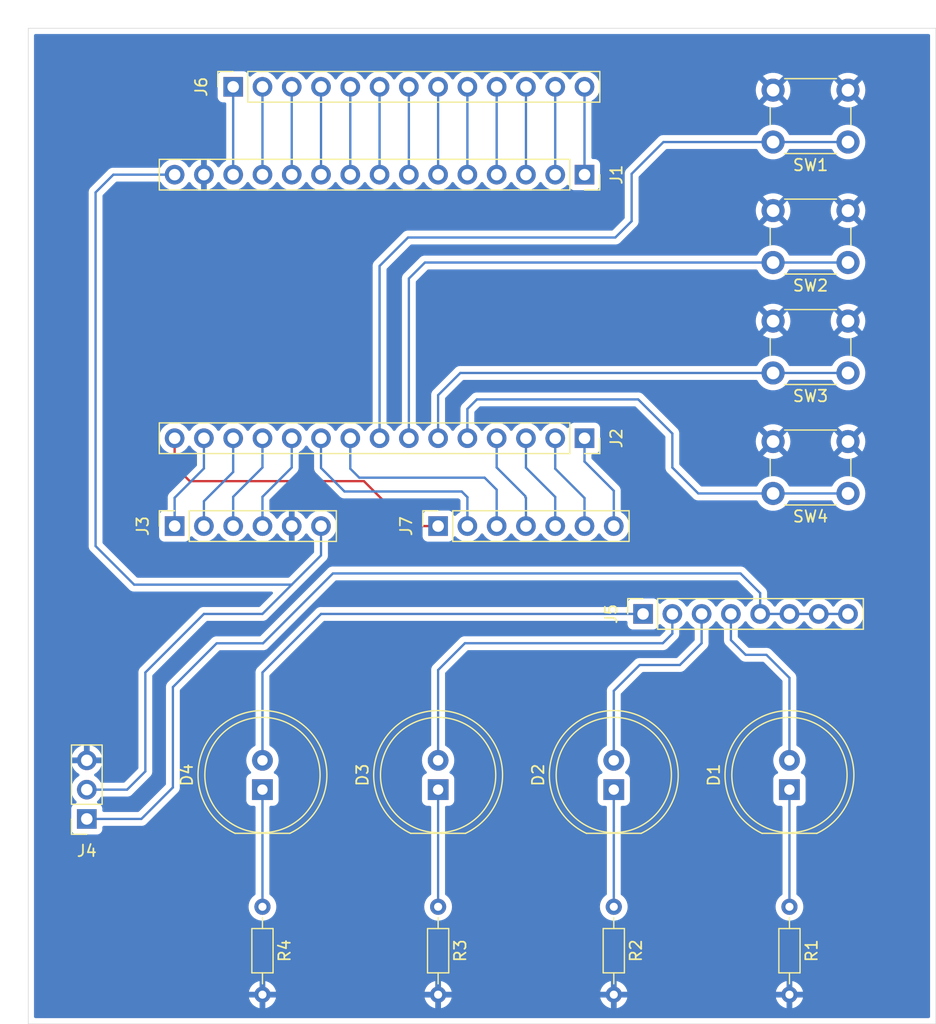
<source format=kicad_pcb>
(kicad_pcb (version 20221018) (generator pcbnew)
  (layers (0 "F.Cu" signal) (31 "B.Cu" signal) (34 "B.Paste" user) (35 "F.Paste" user) (36 "B.SilkS" user "B.Silkscreen") (37 "F.SilkS" user "F.Silkscreen") (38 "B.Mask" user) (39 "F.Mask" user) (44 "Edge.Cuts" user))
  (net 0 "")
  (net 1 "Net-(D1-K)")
  (net 2 "Net-(D1-A)")
  (net 3 "Net-(D2-K)")
  (net 4 "Net-(D2-A)")
  (net 5 "Net-(D3-K)")
  (net 6 "Net-(D3-A)")
  (net 7 "Net-(D4-K)")
  (net 8 "Net-(D4-A)")
  (net 9 "Net-(J1-Pin_1)")
  (net 10 "Net-(J1-Pin_2)")
  (net 11 "Net-(J1-Pin_3)")
  (net 12 "Net-(J1-Pin_4)")
  (net 13 "Net-(J1-Pin_5)")
  (net 14 "Net-(J1-Pin_6)")
  (net 15 "Net-(J1-Pin_7)")
  (net 16 "Net-(J1-Pin_8)")
  (net 17 "Net-(J1-Pin_9)")
  (net 18 "Net-(J1-Pin_10)")
  (net 19 "Net-(J1-Pin_11)")
  (net 20 "Net-(J1-Pin_12)")
  (net 21 "Net-(J1-Pin_13)")
  (net 22 "Net-(J1-Pin_15)")
  (net 23 "Net-(J2-Pin_1)")
  (net 24 "Net-(J2-Pin_2)")
  (net 25 "Net-(J2-Pin_3)")
  (net 26 "Net-(J2-Pin_4)")
  (net 27 "Net-(J2-Pin_5)")
  (net 28 "Net-(J2-Pin_6)")
  (net 29 "Net-(J2-Pin_7)")
  (net 30 "Net-(J2-Pin_8)")
  (net 31 "Net-(J2-Pin_9)")
  (net 32 "Net-(J2-Pin_10)")
  (net 33 "Net-(J2-Pin_11)")
  (net 34 "Net-(J2-Pin_12)")
  (net 35 "Net-(J2-Pin_13)")
  (net 36 "Net-(J2-Pin_14)")
  (net 37 "Net-(J2-Pin_15)")
  (net 38 "Net-(J4-Pin_1)")
  (net 39 "GND")
  (footprint "Resistor_THT:R_Axial_DIN0204_L3.6mm_D1.6mm_P7.62mm_Horizontal" (layer "F.Cu") (at 83.82 114.3 -90)
    (fp_text reference "R3" (at 3.81 -1.92 90) (layer "F.SilkS"))
    (fp_text value "R")
    (fp_line (start 0.94 0) (end 1.89 0) (stroke (width 0.12)) (layer "F.SilkS"))
    (fp_line (start 1.89 -0.92) (end 1.89 0.92) (stroke (width 0.12)) (layer "F.SilkS"))
    (fp_line (start 1.89 0.92) (end 5.73 0.92) (stroke (width 0.12)) (layer "F.SilkS"))
    (fp_line (start 5.73 -0.92) (end 1.89 -0.92) (stroke (width 0.12)) (layer "F.SilkS"))
    (fp_line (start 5.73 0.92) (end 5.73 -0.92) (stroke (width 0.12)) (layer "F.SilkS"))
    (fp_line (start 6.68 0) (end 5.73 0) (stroke (width 0.12)) (layer "F.SilkS"))
    (pad "1" thru_hole circle (at 0 0 270) (size 1.4 1.4) (drill 0.7) (layers "*.Cu" "*.Mask") (net 5 "Net-(D3-K)"))
    (pad "2" thru_hole oval (at 7.62 0 270) (size 1.4 1.4) (drill 0.7) (layers "*.Cu" "*.Mask") (net 39 "GND"))
  )
  (footprint "Connector_PinSocket_2.54mm:PinSocket_1x15_P2.54mm_Vertical" (layer "F.Cu") (at 96.52 73.66 -90)
    (fp_text reference "J2" (at 0 -2.77 90) (layer "F.SilkS"))
    (fp_text value "Conn_01x15_Socket")
    (fp_line (start -1.33 1.27) (end -1.33 36.89) (stroke (width 0.12)) (layer "F.SilkS"))
    (fp_line (start -1.33 1.27) (end 1.33 1.27) (stroke (width 0.12)) (layer "F.SilkS"))
    (fp_line (start -1.33 36.89) (end 1.33 36.89) (stroke (width 0.12)) (layer "F.SilkS"))
    (fp_line (start 0 -1.33) (end 1.33 -1.33) (stroke (width 0.12)) (layer "F.SilkS"))
    (fp_line (start 1.33 -1.33) (end 1.33 0) (stroke (width 0.12)) (layer "F.SilkS"))
    (fp_line (start 1.33 1.27) (end 1.33 36.89) (stroke (width 0.12)) (layer "F.SilkS"))
    (pad "1" thru_hole rect (at 0 0 270) (size 1.7 1.7) (drill 1) (layers "*.Cu" "*.Mask") (net 23 "Net-(J2-Pin_1)"))
    (pad "2" thru_hole oval (at 0 2.54 270) (size 1.7 1.7) (drill 1) (layers "*.Cu" "*.Mask") (net 24 "Net-(J2-Pin_2)"))
    (pad "3" thru_hole oval (at 0 5.08 270) (size 1.7 1.7) (drill 1) (layers "*.Cu" "*.Mask") (net 25 "Net-(J2-Pin_3)"))
    (pad "4" thru_hole oval (at 0 7.62 270) (size 1.7 1.7) (drill 1) (layers "*.Cu" "*.Mask") (net 26 "Net-(J2-Pin_4)"))
    (pad "5" thru_hole oval (at 0 10.16 270) (size 1.7 1.7) (drill 1) (layers "*.Cu" "*.Mask") (net 27 "Net-(J2-Pin_5)"))
    (pad "6" thru_hole oval (at 0 12.7 270) (size 1.7 1.7) (drill 1) (layers "*.Cu" "*.Mask") (net 28 "Net-(J2-Pin_6)"))
    (pad "7" thru_hole oval (at 0 15.24 270) (size 1.7 1.7) (drill 1) (layers "*.Cu" "*.Mask") (net 29 "Net-(J2-Pin_7)"))
    (pad "8" thru_hole oval (at 0 17.78 270) (size 1.7 1.7) (drill 1) (layers "*.Cu" "*.Mask") (net 30 "Net-(J2-Pin_8)"))
    (pad "9" thru_hole oval (at 0 20.32 270) (size 1.7 1.7) (drill 1) (layers "*.Cu" "*.Mask") (net 31 "Net-(J2-Pin_9)"))
    (pad "10" thru_hole oval (at 0 22.86 270) (size 1.7 1.7) (drill 1) (layers "*.Cu" "*.Mask") (net 32 "Net-(J2-Pin_10)"))
    (pad "11" thru_hole oval (at 0 25.4 270) (size 1.7 1.7) (drill 1) (layers "*.Cu" "*.Mask") (net 33 "Net-(J2-Pin_11)"))
    (pad "12" thru_hole oval (at 0 27.94 270) (size 1.7 1.7) (drill 1) (layers "*.Cu" "*.Mask") (net 34 "Net-(J2-Pin_12)"))
    (pad "13" thru_hole oval (at 0 30.48 270) (size 1.7 1.7) (drill 1) (layers "*.Cu" "*.Mask") (net 35 "Net-(J2-Pin_13)"))
    (pad "14" thru_hole oval (at 0 33.02 270) (size 1.7 1.7) (drill 1) (layers "*.Cu" "*.Mask") (net 36 "Net-(J2-Pin_14)"))
    (pad "15" thru_hole oval (at 0 35.56 270) (size 1.7 1.7) (drill 1) (layers "*.Cu" "*.Mask") (net 37 "Net-(J2-Pin_15)"))
  )
  (footprint "Resistor_THT:R_Axial_DIN0204_L3.6mm_D1.6mm_P7.62mm_Horizontal" (layer "F.Cu") (at 114.3 114.3 -90)
    (fp_text reference "R1" (at 3.81 -1.92 90) (layer "F.SilkS"))
    (fp_text value "R")
    (fp_line (start 0.94 0) (end 1.89 0) (stroke (width 0.12)) (layer "F.SilkS"))
    (fp_line (start 1.89 -0.92) (end 1.89 0.92) (stroke (width 0.12)) (layer "F.SilkS"))
    (fp_line (start 1.89 0.92) (end 5.73 0.92) (stroke (width 0.12)) (layer "F.SilkS"))
    (fp_line (start 5.73 -0.92) (end 1.89 -0.92) (stroke (width 0.12)) (layer "F.SilkS"))
    (fp_line (start 5.73 0.92) (end 5.73 -0.92) (stroke (width 0.12)) (layer "F.SilkS"))
    (fp_line (start 6.68 0) (end 5.73 0) (stroke (width 0.12)) (layer "F.SilkS"))
    (pad "1" thru_hole circle (at 0 0 270) (size 1.4 1.4) (drill 0.7) (layers "*.Cu" "*.Mask") (net 1 "Net-(D1-K)"))
    (pad "2" thru_hole oval (at 7.62 0 270) (size 1.4 1.4) (drill 0.7) (layers "*.Cu" "*.Mask") (net 39 "GND"))
  )
  (footprint "Resistor_THT:R_Axial_DIN0204_L3.6mm_D1.6mm_P7.62mm_Horizontal" (layer "F.Cu") (at 99.06 114.3 -90)
    (fp_text reference "R2" (at 3.81 -1.92 90) (layer "F.SilkS"))
    (fp_text value "R")
    (fp_line (start 0.94 0) (end 1.89 0) (stroke (width 0.12)) (layer "F.SilkS"))
    (fp_line (start 1.89 -0.92) (end 1.89 0.92) (stroke (width 0.12)) (layer "F.SilkS"))
    (fp_line (start 1.89 0.92) (end 5.73 0.92) (stroke (width 0.12)) (layer "F.SilkS"))
    (fp_line (start 5.73 -0.92) (end 1.89 -0.92) (stroke (width 0.12)) (layer "F.SilkS"))
    (fp_line (start 5.73 0.92) (end 5.73 -0.92) (stroke (width 0.12)) (layer "F.SilkS"))
    (fp_line (start 6.68 0) (end 5.73 0) (stroke (width 0.12)) (layer "F.SilkS"))
    (pad "1" thru_hole circle (at 0 0 270) (size 1.4 1.4) (drill 0.7) (layers "*.Cu" "*.Mask") (net 3 "Net-(D2-K)"))
    (pad "2" thru_hole oval (at 7.62 0 270) (size 1.4 1.4) (drill 0.7) (layers "*.Cu" "*.Mask") (net 39 "GND"))
  )
  (footprint "Connector_PinSocket_2.54mm:PinSocket_1x08_P2.54mm_Vertical" (layer "F.Cu") (at 101.6 88.9 90)
    (fp_text reference "J5" (at 0 -2.77 90) (layer "F.SilkS"))
    (fp_text value "Conn_01x08_Socket")
    (fp_line (start -1.33 1.27) (end -1.33 19.11) (stroke (width 0.12)) (layer "F.SilkS"))
    (fp_line (start -1.33 1.27) (end 1.33 1.27) (stroke (width 0.12)) (layer "F.SilkS"))
    (fp_line (start -1.33 19.11) (end 1.33 19.11) (stroke (width 0.12)) (layer "F.SilkS"))
    (fp_line (start 0 -1.33) (end 1.33 -1.33) (stroke (width 0.12)) (layer "F.SilkS"))
    (fp_line (start 1.33 -1.33) (end 1.33 0) (stroke (width 0.12)) (layer "F.SilkS"))
    (fp_line (start 1.33 1.27) (end 1.33 19.11) (stroke (width 0.12)) (layer "F.SilkS"))
    (pad "1" thru_hole rect (at 0 0 90) (size 1.7 1.7) (drill 1) (layers "*.Cu" "*.Mask") (net 8 "Net-(D4-A)"))
    (pad "2" thru_hole oval (at 0 2.54 90) (size 1.7 1.7) (drill 1) (layers "*.Cu" "*.Mask") (net 6 "Net-(D3-A)"))
    (pad "3" thru_hole oval (at 0 5.08 90) (size 1.7 1.7) (drill 1) (layers "*.Cu" "*.Mask") (net 4 "Net-(D2-A)"))
    (pad "4" thru_hole oval (at 0 7.62 90) (size 1.7 1.7) (drill 1) (layers "*.Cu" "*.Mask") (net 2 "Net-(D1-A)"))
    (pad "5" thru_hole oval (at 0 10.16 90) (size 1.7 1.7) (drill 1) (layers "*.Cu" "*.Mask") (net 38 "Net-(J4-Pin_1)"))
    (pad "6" thru_hole oval (at 0 12.7 90) (size 1.7 1.7) (drill 1) (layers "*.Cu" "*.Mask") (net 38 "Net-(J4-Pin_1)"))
    (pad "7" thru_hole oval (at 0 15.24 90) (size 1.7 1.7) (drill 1) (layers "*.Cu" "*.Mask") (net 38 "Net-(J4-Pin_1)"))
    (pad "8" thru_hole oval (at 0 17.78 90) (size 1.7 1.7) (drill 1) (layers "*.Cu" "*.Mask") (net 38 "Net-(J4-Pin_1)"))
  )
  (footprint "Connector_PinSocket_2.54mm:PinSocket_1x15_P2.54mm_Vertical" (layer "F.Cu") (at 96.52 50.8 -90)
    (fp_text reference "J1" (at 0 -2.77 90) (layer "F.SilkS"))
    (fp_text value "Conn_01x15_Socket")
    (fp_line (start -1.33 1.27) (end -1.33 36.89) (stroke (width 0.12)) (layer "F.SilkS"))
    (fp_line (start -1.33 1.27) (end 1.33 1.27) (stroke (width 0.12)) (layer "F.SilkS"))
    (fp_line (start -1.33 36.89) (end 1.33 36.89) (stroke (width 0.12)) (layer "F.SilkS"))
    (fp_line (start 0 -1.33) (end 1.33 -1.33) (stroke (width 0.12)) (layer "F.SilkS"))
    (fp_line (start 1.33 -1.33) (end 1.33 0) (stroke (width 0.12)) (layer "F.SilkS"))
    (fp_line (start 1.33 1.27) (end 1.33 36.89) (stroke (width 0.12)) (layer "F.SilkS"))
    (pad "1" thru_hole rect (at 0 0 270) (size 1.7 1.7) (drill 1) (layers "*.Cu" "*.Mask") (net 9 "Net-(J1-Pin_1)"))
    (pad "2" thru_hole oval (at 0 2.54 270) (size 1.7 1.7) (drill 1) (layers "*.Cu" "*.Mask") (net 10 "Net-(J1-Pin_2)"))
    (pad "3" thru_hole oval (at 0 5.08 270) (size 1.7 1.7) (drill 1) (layers "*.Cu" "*.Mask") (net 11 "Net-(J1-Pin_3)"))
    (pad "4" thru_hole oval (at 0 7.62 270) (size 1.7 1.7) (drill 1) (layers "*.Cu" "*.Mask") (net 12 "Net-(J1-Pin_4)"))
    (pad "5" thru_hole oval (at 0 10.16 270) (size 1.7 1.7) (drill 1) (layers "*.Cu" "*.Mask") (net 13 "Net-(J1-Pin_5)"))
    (pad "6" thru_hole oval (at 0 12.7 270) (size 1.7 1.7) (drill 1) (layers "*.Cu" "*.Mask") (net 14 "Net-(J1-Pin_6)"))
    (pad "7" thru_hole oval (at 0 15.24 270) (size 1.7 1.7) (drill 1) (layers "*.Cu" "*.Mask") (net 15 "Net-(J1-Pin_7)"))
    (pad "8" thru_hole oval (at 0 17.78 270) (size 1.7 1.7) (drill 1) (layers "*.Cu" "*.Mask") (net 16 "Net-(J1-Pin_8)"))
    (pad "9" thru_hole oval (at 0 20.32 270) (size 1.7 1.7) (drill 1) (layers "*.Cu" "*.Mask") (net 17 "Net-(J1-Pin_9)"))
    (pad "10" thru_hole oval (at 0 22.86 270) (size 1.7 1.7) (drill 1) (layers "*.Cu" "*.Mask") (net 18 "Net-(J1-Pin_10)"))
    (pad "11" thru_hole oval (at 0 25.4 270) (size 1.7 1.7) (drill 1) (layers "*.Cu" "*.Mask") (net 19 "Net-(J1-Pin_11)"))
    (pad "12" thru_hole oval (at 0 27.94 270) (size 1.7 1.7) (drill 1) (layers "*.Cu" "*.Mask") (net 20 "Net-(J1-Pin_12)"))
    (pad "13" thru_hole oval (at 0 30.48 270) (size 1.7 1.7) (drill 1) (layers "*.Cu" "*.Mask") (net 21 "Net-(J1-Pin_13)"))
    (pad "14" thru_hole oval (at 0 33.02 270) (size 1.7 1.7) (drill 1) (layers "*.Cu" "*.Mask") (net 39 "GND"))
    (pad "15" thru_hole oval (at 0 35.56 270) (size 1.7 1.7) (drill 1) (layers "*.Cu" "*.Mask") (net 22 "Net-(J1-Pin_15)"))
  )
  (footprint "Connector_PinSocket_2.54mm:PinSocket_1x03_P2.54mm_Vertical" (layer "F.Cu") (at 53.34 106.68 180)
    (fp_text reference "J4" (at 0 -2.77) (layer "F.SilkS"))
    (fp_text value "Conn_01x03_Socket")
    (fp_line (start -1.33 1.27) (end -1.33 6.41) (stroke (width 0.12)) (layer "F.SilkS"))
    (fp_line (start -1.33 1.27) (end 1.33 1.27) (stroke (width 0.12)) (layer "F.SilkS"))
    (fp_line (start -1.33 6.41) (end 1.33 6.41) (stroke (width 0.12)) (layer "F.SilkS"))
    (fp_line (start 0 -1.33) (end 1.33 -1.33) (stroke (width 0.12)) (layer "F.SilkS"))
    (fp_line (start 1.33 -1.33) (end 1.33 0) (stroke (width 0.12)) (layer "F.SilkS"))
    (fp_line (start 1.33 1.27) (end 1.33 6.41) (stroke (width 0.12)) (layer "F.SilkS"))
    (pad "1" thru_hole rect (at 0 0 180) (size 1.7 1.7) (drill 1) (layers "*.Cu" "*.Mask") (net 38 "Net-(J4-Pin_1)"))
    (pad "2" thru_hole oval (at 0 2.54 180) (size 1.7 1.7) (drill 1) (layers "*.Cu" "*.Mask") (net 22 "Net-(J1-Pin_15)"))
    (pad "3" thru_hole oval (at 0 5.08 180) (size 1.7 1.7) (drill 1) (layers "*.Cu" "*.Mask") (net 39 "GND"))
  )
  (footprint "Connector_PinSocket_2.54mm:PinSocket_1x13_P2.54mm_Vertical" (layer "F.Cu") (at 66.04 43.18 90)
    (fp_text reference "J6" (at 0 -2.77 90) (layer "F.SilkS"))
    (fp_text value "Conn_01x13_Socket")
    (fp_line (start -1.33 1.27) (end -1.33 31.81) (stroke (width 0.12)) (layer "F.SilkS"))
    (fp_line (start -1.33 1.27) (end 1.33 1.27) (stroke (width 0.12)) (layer "F.SilkS"))
    (fp_line (start -1.33 31.81) (end 1.33 31.81) (stroke (width 0.12)) (layer "F.SilkS"))
    (fp_line (start 0 -1.33) (end 1.33 -1.33) (stroke (width 0.12)) (layer "F.SilkS"))
    (fp_line (start 1.33 -1.33) (end 1.33 0) (stroke (width 0.12)) (layer "F.SilkS"))
    (fp_line (start 1.33 1.27) (end 1.33 31.81) (stroke (width 0.12)) (layer "F.SilkS"))
    (pad "1" thru_hole rect (at 0 0 90) (size 1.7 1.7) (drill 1) (layers "*.Cu" "*.Mask") (net 21 "Net-(J1-Pin_13)"))
    (pad "2" thru_hole oval (at 0 2.54 90) (size 1.7 1.7) (drill 1) (layers "*.Cu" "*.Mask") (net 20 "Net-(J1-Pin_12)"))
    (pad "3" thru_hole oval (at 0 5.08 90) (size 1.7 1.7) (drill 1) (layers "*.Cu" "*.Mask") (net 19 "Net-(J1-Pin_11)"))
    (pad "4" thru_hole oval (at 0 7.62 90) (size 1.7 1.7) (drill 1) (layers "*.Cu" "*.Mask") (net 18 "Net-(J1-Pin_10)"))
    (pad "5" thru_hole oval (at 0 10.16 90) (size 1.7 1.7) (drill 1) (layers "*.Cu" "*.Mask") (net 17 "Net-(J1-Pin_9)"))
    (pad "6" thru_hole oval (at 0 12.7 90) (size 1.7 1.7) (drill 1) (layers "*.Cu" "*.Mask") (net 16 "Net-(J1-Pin_8)"))
    (pad "7" thru_hole oval (at 0 15.24 90) (size 1.7 1.7) (drill 1) (layers "*.Cu" "*.Mask") (net 15 "Net-(J1-Pin_7)"))
    (pad "8" thru_hole oval (at 0 17.78 90) (size 1.7 1.7) (drill 1) (layers "*.Cu" "*.Mask") (net 14 "Net-(J1-Pin_6)"))
    (pad "9" thru_hole oval (at 0 20.32 90) (size 1.7 1.7) (drill 1) (layers "*.Cu" "*.Mask") (net 13 "Net-(J1-Pin_5)"))
    (pad "10" thru_hole oval (at 0 22.86 90) (size 1.7 1.7) (drill 1) (layers "*.Cu" "*.Mask") (net 12 "Net-(J1-Pin_4)"))
    (pad "11" thru_hole oval (at 0 25.4 90) (size 1.7 1.7) (drill 1) (layers "*.Cu" "*.Mask") (net 11 "Net-(J1-Pin_3)"))
    (pad "12" thru_hole oval (at 0 27.94 90) (size 1.7 1.7) (drill 1) (layers "*.Cu" "*.Mask") (net 10 "Net-(J1-Pin_2)"))
    (pad "13" thru_hole oval (at 0 30.48 90) (size 1.7 1.7) (drill 1) (layers "*.Cu" "*.Mask") (net 9 "Net-(J1-Pin_1)"))
  )
  (footprint "Button_Switch_THT:SW_PUSH_6mm" (layer "F.Cu") (at 119.38 78.45 180)
    (fp_text reference "SW4" (at 3.25 -2) (layer "F.SilkS"))
    (fp_text value "SW_Push")
    (fp_line (start -0.25 1.5) (end -0.25 3) (stroke (width 0.12)) (layer "F.SilkS"))
    (fp_line (start 1 5.5) (end 5.5 5.5) (stroke (width 0.12)) (layer "F.SilkS"))
    (fp_line (start 5.5 -1) (end 1 -1) (stroke (width 0.12)) (layer "F.SilkS"))
    (fp_line (start 6.75 3) (end 6.75 1.5) (stroke (width 0.12)) (layer "F.SilkS"))
    (pad "1" thru_hole circle (at 0 0 270) (size 2 2) (drill 1.1) (layers "*.Cu" "*.Mask") (net 27 "Net-(J2-Pin_5)"))
    (pad "1" thru_hole circle (at 6.5 0 270) (size 2 2) (drill 1.1) (layers "*.Cu" "*.Mask") (net 27 "Net-(J2-Pin_5)"))
    (pad "2" thru_hole circle (at 0 4.5 270) (size 2 2) (drill 1.1) (layers "*.Cu" "*.Mask") (net 39 "GND"))
    (pad "2" thru_hole circle (at 6.5 4.5 270) (size 2 2) (drill 1.1) (layers "*.Cu" "*.Mask") (net 39 "GND"))
  )
  (footprint "LED_THT:LED_D10.0mm" (layer "F.Cu") (at 83.82 104.14 90)
    (fp_text reference "D3" (at 1.27 -6.56 90) (layer "F.SilkS"))
    (fp_text value "LED")
    (fp_line (start -3.79 -2.376) (end -3.79 2.376) (stroke (width 0.12)) (layer "F.SilkS"))
    (fp_arc (start -3.79 -2.375816) (mid 2.484794 -5.456407) (end 6.859998 -0.004741) (stroke (width 0.12)) (layer "F.SilkS"))
    (fp_arc (start 6.859998 0.004741) (mid 2.484794 5.456407) (end -3.79 2.375816) (stroke (width 0.12)) (layer "F.SilkS"))
    (fp_circle (center 1.27 0) (end 6.27 0) (stroke (width 0.12)) (fill none) (layer "F.SilkS"))
    (pad "1" thru_hole rect (at 0 0 90) (size 1.8 1.8) (drill 0.9) (layers "*.Cu" "*.Mask") (net 5 "Net-(D3-K)"))
    (pad "2" thru_hole circle (at 2.54 0 90) (size 1.8 1.8) (drill 0.9) (layers "*.Cu" "*.Mask") (net 6 "Net-(D3-A)"))
  )
  (footprint "Button_Switch_THT:SW_PUSH_6mm" (layer "F.Cu") (at 119.38 58.42 180)
    (fp_text reference "SW2" (at 3.25 -2) (layer "F.SilkS"))
    (fp_text value "SW_Push")
    (fp_line (start -0.25 1.5) (end -0.25 3) (stroke (width 0.12)) (layer "F.SilkS"))
    (fp_line (start 1 5.5) (end 5.5 5.5) (stroke (width 0.12)) (layer "F.SilkS"))
    (fp_line (start 5.5 -1) (end 1 -1) (stroke (width 0.12)) (layer "F.SilkS"))
    (fp_line (start 6.75 3) (end 6.75 1.5) (stroke (width 0.12)) (layer "F.SilkS"))
    (pad "1" thru_hole circle (at 0 0 270) (size 2 2) (drill 1.1) (layers "*.Cu" "*.Mask") (net 29 "Net-(J2-Pin_7)"))
    (pad "1" thru_hole circle (at 6.5 0 270) (size 2 2) (drill 1.1) (layers "*.Cu" "*.Mask") (net 29 "Net-(J2-Pin_7)"))
    (pad "2" thru_hole circle (at 0 4.5 270) (size 2 2) (drill 1.1) (layers "*.Cu" "*.Mask") (net 39 "GND"))
    (pad "2" thru_hole circle (at 6.5 4.5 270) (size 2 2) (drill 1.1) (layers "*.Cu" "*.Mask") (net 39 "GND"))
  )
  (footprint "Connector_PinSocket_2.54mm:PinSocket_1x06_P2.54mm_Vertical" (layer "F.Cu") (at 60.96 81.28 90)
    (fp_text reference "J3" (at 0 -2.77 90) (layer "F.SilkS"))
    (fp_text value "Conn_01x06_Socket")
    (fp_line (start -1.33 1.27) (end -1.33 14.03) (stroke (width 0.12)) (layer "F.SilkS"))
    (fp_line (start -1.33 1.27) (end 1.33 1.27) (stroke (width 0.12)) (layer "F.SilkS"))
    (fp_line (start -1.33 14.03) (end 1.33 14.03) (stroke (width 0.12)) (layer "F.SilkS"))
    (fp_line (start 0 -1.33) (end 1.33 -1.33) (stroke (width 0.12)) (layer "F.SilkS"))
    (fp_line (start 1.33 -1.33) (end 1.33 0) (stroke (width 0.12)) (layer "F.SilkS"))
    (fp_line (start 1.33 1.27) (end 1.33 14.03) (stroke (width 0.12)) (layer "F.SilkS"))
    (pad "1" thru_hole rect (at 0 0 90) (size 1.7 1.7) (drill 1) (layers "*.Cu" "*.Mask") (net 36 "Net-(J2-Pin_14)"))
    (pad "2" thru_hole oval (at 0 2.54 90) (size 1.7 1.7) (drill 1) (layers "*.Cu" "*.Mask") (net 35 "Net-(J2-Pin_13)"))
    (pad "3" thru_hole oval (at 0 5.08 90) (size 1.7 1.7) (drill 1) (layers "*.Cu" "*.Mask") (net 34 "Net-(J2-Pin_12)"))
    (pad "4" thru_hole oval (at 0 7.62 90) (size 1.7 1.7) (drill 1) (layers "*.Cu" "*.Mask") (net 33 "Net-(J2-Pin_11)"))
    (pad "5" thru_hole oval (at 0 10.16 90) (size 1.7 1.7) (drill 1) (layers "*.Cu" "*.Mask") (net 39 "GND"))
    (pad "6" thru_hole oval (at 0 12.7 90) (size 1.7 1.7) (drill 1) (layers "*.Cu" "*.Mask") (net 22 "Net-(J1-Pin_15)"))
  )
  (footprint "Connector_PinSocket_2.54mm:PinSocket_1x07_P2.54mm_Vertical" (layer "F.Cu") (at 83.82 81.28 90)
    (fp_text reference "J7" (at 0 -2.77 90) (layer "F.SilkS"))
    (fp_text value "Conn_01x07_Socket")
    (fp_line (start -1.33 1.27) (end -1.33 16.57) (stroke (width 0.12)) (layer "F.SilkS"))
    (fp_line (start -1.33 1.27) (end 1.33 1.27) (stroke (width 0.12)) (layer "F.SilkS"))
    (fp_line (start -1.33 16.57) (end 1.33 16.57) (stroke (width 0.12)) (layer "F.SilkS"))
    (fp_line (start 0 -1.33) (end 1.33 -1.33) (stroke (width 0.12)) (layer "F.SilkS"))
    (fp_line (start 1.33 -1.33) (end 1.33 0) (stroke (width 0.12)) (layer "F.SilkS"))
    (fp_line (start 1.33 1.27) (end 1.33 16.57) (stroke (width 0.12)) (layer "F.SilkS"))
    (pad "1" thru_hole rect (at 0 0 90) (size 1.7 1.7) (drill 1) (layers "*.Cu" "*.Mask") (net 37 "Net-(J2-Pin_15)"))
    (pad "2" thru_hole oval (at 0 2.54 90) (size 1.7 1.7) (drill 1) (layers "*.Cu" "*.Mask") (net 32 "Net-(J2-Pin_10)"))
    (pad "3" thru_hole oval (at 0 5.08 90) (size 1.7 1.7) (drill 1) (layers "*.Cu" "*.Mask") (net 31 "Net-(J2-Pin_9)"))
    (pad "4" thru_hole oval (at 0 7.62 90) (size 1.7 1.7) (drill 1) (layers "*.Cu" "*.Mask") (net 26 "Net-(J2-Pin_4)"))
    (pad "5" thru_hole oval (at 0 10.16 90) (size 1.7 1.7) (drill 1) (layers "*.Cu" "*.Mask") (net 25 "Net-(J2-Pin_3)"))
    (pad "6" thru_hole oval (at 0 12.7 90) (size 1.7 1.7) (drill 1) (layers "*.Cu" "*.Mask") (net 24 "Net-(J2-Pin_2)"))
    (pad "7" thru_hole oval (at 0 15.24 90) (size 1.7 1.7) (drill 1) (layers "*.Cu" "*.Mask") (net 23 "Net-(J2-Pin_1)"))
  )
  (footprint "LED_THT:LED_D10.0mm" (layer "F.Cu") (at 114.3 104.14 90)
    (fp_text reference "D1" (at 1.27 -6.56 90) (layer "F.SilkS"))
    (fp_text value "LED")
    (fp_line (start -3.79 -2.376) (end -3.79 2.376) (stroke (width 0.12)) (layer "F.SilkS"))
    (fp_arc (start -3.79 -2.375816) (mid 2.484794 -5.456407) (end 6.859998 -0.004741) (stroke (width 0.12)) (layer "F.SilkS"))
    (fp_arc (start 6.859998 0.004741) (mid 2.484794 5.456407) (end -3.79 2.375816) (stroke (width 0.12)) (layer "F.SilkS"))
    (fp_circle (center 1.27 0) (end 6.27 0) (stroke (width 0.12)) (fill none) (layer "F.SilkS"))
    (pad "1" thru_hole rect (at 0 0 90) (size 1.8 1.8) (drill 0.9) (layers "*.Cu" "*.Mask") (net 1 "Net-(D1-K)"))
    (pad "2" thru_hole circle (at 2.54 0 90) (size 1.8 1.8) (drill 0.9) (layers "*.Cu" "*.Mask") (net 2 "Net-(D1-A)"))
  )
  (footprint "Button_Switch_THT:SW_PUSH_6mm" (layer "F.Cu") (at 119.38 47.97 180)
    (fp_text reference "SW1" (at 3.25 -2) (layer "F.SilkS"))
    (fp_text value "SW_Push")
    (fp_line (start -0.25 1.5) (end -0.25 3) (stroke (width 0.12)) (layer "F.SilkS"))
    (fp_line (start 1 5.5) (end 5.5 5.5) (stroke (width 0.12)) (layer "F.SilkS"))
    (fp_line (start 5.5 -1) (end 1 -1) (stroke (width 0.12)) (layer "F.SilkS"))
    (fp_line (start 6.75 3) (end 6.75 1.5) (stroke (width 0.12)) (layer "F.SilkS"))
    (pad "1" thru_hole circle (at 0 0 270) (size 2 2) (drill 1.1) (layers "*.Cu" "*.Mask") (net 30 "Net-(J2-Pin_8)"))
    (pad "1" thru_hole circle (at 6.5 0 270) (size 2 2) (drill 1.1) (layers "*.Cu" "*.Mask") (net 30 "Net-(J2-Pin_8)"))
    (pad "2" thru_hole circle (at 0 4.5 270) (size 2 2) (drill 1.1) (layers "*.Cu" "*.Mask") (net 39 "GND"))
    (pad "2" thru_hole circle (at 6.5 4.5 270) (size 2 2) (drill 1.1) (layers "*.Cu" "*.Mask") (net 39 "GND"))
  )
  (footprint "LED_THT:LED_D10.0mm" (layer "F.Cu") (at 99.06 104.14 90)
    (fp_text reference "D2" (at 1.27 -6.56 90) (layer "F.SilkS"))
    (fp_text value "LED")
    (fp_line (start -3.79 -2.376) (end -3.79 2.376) (stroke (width 0.12)) (layer "F.SilkS"))
    (fp_arc (start -3.79 -2.375816) (mid 2.484794 -5.456407) (end 6.859998 -0.004741) (stroke (width 0.12)) (layer "F.SilkS"))
    (fp_arc (start 6.859998 0.004741) (mid 2.484794 5.456407) (end -3.79 2.375816) (stroke (width 0.12)) (layer "F.SilkS"))
    (fp_circle (center 1.27 0) (end 6.27 0) (stroke (width 0.12)) (fill none) (layer "F.SilkS"))
    (pad "1" thru_hole rect (at 0 0 90) (size 1.8 1.8) (drill 0.9) (layers "*.Cu" "*.Mask") (net 3 "Net-(D2-K)"))
    (pad "2" thru_hole circle (at 2.54 0 90) (size 1.8 1.8) (drill 0.9) (layers "*.Cu" "*.Mask") (net 4 "Net-(D2-A)"))
  )
  (footprint "Resistor_THT:R_Axial_DIN0204_L3.6mm_D1.6mm_P7.62mm_Horizontal" (layer "F.Cu") (at 68.58 114.3 -90)
    (fp_text reference "R4" (at 3.81 -1.92 90) (layer "F.SilkS"))
    (fp_text value "R")
    (fp_line (start 0.94 0) (end 1.89 0) (stroke (width 0.12)) (layer "F.SilkS"))
    (fp_line (start 1.89 -0.92) (end 1.89 0.92) (stroke (width 0.12)) (layer "F.SilkS"))
    (fp_line (start 1.89 0.92) (end 5.73 0.92) (stroke (width 0.12)) (layer "F.SilkS"))
    (fp_line (start 5.73 -0.92) (end 1.89 -0.92) (stroke (width 0.12)) (layer "F.SilkS"))
    (fp_line (start 5.73 0.92) (end 5.73 -0.92) (stroke (width 0.12)) (layer "F.SilkS"))
    (fp_line (start 6.68 0) (end 5.73 0) (stroke (width 0.12)) (layer "F.SilkS"))
    (pad "1" thru_hole circle (at 0 0 270) (size 1.4 1.4) (drill 0.7) (layers "*.Cu" "*.Mask") (net 7 "Net-(D4-K)"))
    (pad "2" thru_hole oval (at 7.62 0 270) (size 1.4 1.4) (drill 0.7) (layers "*.Cu" "*.Mask") (net 39 "GND"))
  )
  (footprint "Button_Switch_THT:SW_PUSH_6mm" (layer "F.Cu") (at 119.38 68 180)
    (fp_text reference "SW3" (at 3.25 -2) (layer "F.SilkS"))
    (fp_text value "SW_Push")
    (fp_line (start -0.25 1.5) (end -0.25 3) (stroke (width 0.12)) (layer "F.SilkS"))
    (fp_line (start 1 5.5) (end 5.5 5.5) (stroke (width 0.12)) (layer "F.SilkS"))
    (fp_line (start 5.5 -1) (end 1 -1) (stroke (width 0.12)) (layer "F.SilkS"))
    (fp_line (start 6.75 3) (end 6.75 1.5) (stroke (width 0.12)) (layer "F.SilkS"))
    (pad "1" thru_hole circle (at 0 0 270) (size 2 2) (drill 1.1) (layers "*.Cu" "*.Mask") (net 28 "Net-(J2-Pin_6)"))
    (pad "1" thru_hole circle (at 6.5 0 270) (size 2 2) (drill 1.1) (layers "*.Cu" "*.Mask") (net 28 "Net-(J2-Pin_6)"))
    (pad "2" thru_hole circle (at 0 4.5 270) (size 2 2) (drill 1.1) (layers "*.Cu" "*.Mask") (net 39 "GND"))
    (pad "2" thru_hole circle (at 6.5 4.5 270) (size 2 2) (drill 1.1) (layers "*.Cu" "*.Mask") (net 39 "GND"))
  )
  (footprint "LED_THT:LED_D10.0mm" (layer "F.Cu") (at 68.58 104.14 90)
    (fp_text reference "D4" (at 1.27 -6.56 90) (layer "F.SilkS"))
    (fp_text value "LED")
    (fp_line (start -3.79 -2.376) (end -3.79 2.376) (stroke (width 0.12)) (layer "F.SilkS"))
    (fp_arc (start -3.79 -2.375816) (mid 2.484794 -5.456407) (end 6.859998 -0.004741) (stroke (width 0.12)) (layer "F.SilkS"))
    (fp_arc (start 6.859998 0.004741) (mid 2.484794 5.456407) (end -3.79 2.375816) (stroke (width 0.12)) (layer "F.SilkS"))
    (fp_circle (center 1.27 0) (end 6.27 0) (stroke (width 0.12)) (fill none) (layer "F.SilkS"))
    (pad "1" thru_hole rect (at 0 0 90) (size 1.8 1.8) (drill 0.9) (layers "*.Cu" "*.Mask") (net 7 "Net-(D4-K)"))
    (pad "2" thru_hole circle (at 2.54 0 90) (size 1.8 1.8) (drill 0.9) (layers "*.Cu" "*.Mask") (net 8 "Net-(D4-A)"))
  )
  (gr_rect (start 48.26 38.1) (end 127 124.46) (stroke (width 0.05)) (fill none) (layer "Edge.Cuts"))
  (segment (start 114.3 104.14) (end 114.3 114.3) (width 0.2) (layer "B.Cu") (net 1))
  (segment (start 110.497826 92.445131) (end 112.300689 92.445131) (width 0.2) (layer "B.Cu") (net 2))
  (segment (start 112.300689 92.445131) (end 114.3 94.444442) (width 0.2) (layer "B.Cu") (net 2))
  (segment (start 114.3 94.444442) (end 114.3 101.6) (width 0.2) (layer "B.Cu") (net 2))
  (segment (start 109.22 91.167305) (end 110.497826 92.445131) (width 0.2) (layer "B.Cu") (net 2))
  (segment (start 109.22 88.9) (end 109.22 91.167305) (width 0.2) (layer "B.Cu") (net 2))
  (segment (start 99.06 104.14) (end 99.06 114.3) (width 0.2) (layer "B.Cu") (net 3))
  (segment (start 104.791113 93.328887) (end 106.68 91.44) (width 0.2) (layer "B.Cu") (net 4))
  (segment (start 99.06 95.575649) (end 101.306762 93.328887) (width 0.2) (layer "B.Cu") (net 4))
  (segment (start 106.68 91.44) (end 106.68 88.9) (width 0.2) (layer "B.Cu") (net 4))
  (segment (start 99.06 101.6) (end 99.06 95.575649) (width 0.2) (layer "B.Cu") (net 4))
  (segment (start 101.306762 93.328887) (end 104.791113 93.328887) (width 0.2) (layer "B.Cu") (net 4))
  (segment (start 83.82 104.14) (end 83.82 114.3) (width 0.2) (layer "B.Cu") (net 5))
  (segment (start 104.14 90.613857) (end 103.313857 91.44) (width 0.2) (layer "B.Cu") (net 6))
  (segment (start 103.313857 91.44) (end 86.141337 91.44) (width 0.2) (layer "B.Cu") (net 6))
  (segment (start 83.82 93.761337) (end 83.82 101.6) (width 0.2) (layer "B.Cu") (net 6))
  (segment (start 104.14 88.9) (end 104.14 90.613857) (width 0.2) (layer "B.Cu") (net 6))
  (segment (start 86.141337 91.44) (end 83.82 93.761337) (width 0.2) (layer "B.Cu") (net 6))
  (segment (start 68.58 104.14) (end 68.58 114.3) (width 0.2) (layer "B.Cu") (net 7))
  (segment (start 68.58 93.98) (end 68.58 101.6) (width 0.2) (layer "B.Cu") (net 8))
  (segment (start 73.66 88.9) (end 68.58 93.98) (width 0.2) (layer "B.Cu") (net 8))
  (segment (start 101.6 88.9) (end 73.66 88.9) (width 0.2) (layer "B.Cu") (net 8))
  (segment (start 96.52 43.18) (end 96.52 50.8) (width 0.2) (layer "B.Cu") (net 9))
  (segment (start 93.98 50.8) (end 93.98 43.18) (width 0.2) (layer "B.Cu") (net 10))
  (segment (start 91.44 43.18) (end 91.44 50.8) (width 0.2) (layer "B.Cu") (net 11))
  (segment (start 88.9 50.8) (end 88.9 43.18) (width 0.2) (layer "B.Cu") (net 12))
  (segment (start 86.36 43.18) (end 86.36 50.8) (width 0.2) (layer "B.Cu") (net 13))
  (segment (start 83.82 50.8) (end 83.82 43.18) (width 0.2) (layer "B.Cu") (net 14))
  (segment (start 81.28 43.18) (end 81.28 50.8) (width 0.2) (layer "B.Cu") (net 15))
  (segment (start 78.74 50.8) (end 78.74 43.18) (width 0.2) (layer "B.Cu") (net 16))
  (segment (start 76.2 43.18) (end 76.2 50.8) (width 0.2) (layer "B.Cu") (net 17))
  (segment (start 73.66 50.8) (end 73.66 43.18) (width 0.2) (layer "B.Cu") (net 18))
  (segment (start 71.12 43.18) (end 71.12 50.8) (width 0.2) (layer "B.Cu") (net 19))
  (segment (start 68.58 50.8) (end 68.58 43.18) (width 0.2) (layer "B.Cu") (net 20))
  (segment (start 66.04 43.18) (end 66.04 50.8) (width 0.2) (layer "B.Cu") (net 21))
  (segment (start 73.66 83.82) (end 71.12 86.36) (width 0.2) (layer "B.Cu") (net 22))
  (segment (start 63.5 88.9) (end 58.42 93.98) (width 0.2) (layer "B.Cu") (net 22))
  (segment (start 71.12 86.36) (end 68.58 88.9) (width 0.2) (layer "B.Cu") (net 22))
  (segment (start 58.42 102.557026) (end 56.837026 104.14) (width 0.2) (layer "B.Cu") (net 22))
  (segment (start 55.642231 50.8) (end 54.102163 52.340068) (width 0.2) (layer "B.Cu") (net 22))
  (segment (start 60.96 50.8) (end 55.642231 50.8) (width 0.2) (layer "B.Cu") (net 22))
  (segment (start 54.102163 52.340068) (end 54.102163 83.013565) (width 0.2) (layer "B.Cu") (net 22))
  (segment (start 58.42 93.98) (end 58.42 102.557026) (width 0.2) (layer "B.Cu") (net 22))
  (segment (start 57.448598 86.36) (end 71.12 86.36) (width 0.2) (layer "B.Cu") (net 22))
  (segment (start 68.58 88.9) (end 63.5 88.9) (width 0.2) (layer "B.Cu") (net 22))
  (segment (start 54.102163 83.013565) (end 57.448598 86.36) (width 0.2) (layer "B.Cu") (net 22))
  (segment (start 56.837026 104.14) (end 53.34 104.14) (width 0.2) (layer "B.Cu") (net 22))
  (segment (start 73.66 81.28) (end 73.66 83.82) (width 0.2) (layer "B.Cu") (net 22))
  (segment (start 96.52 73.66) (end 96.52 75.679756) (width 0.2) (layer "B.Cu") (net 23))
  (segment (start 99.06 78.219756) (end 99.06 81.28) (width 0.2) (layer "B.Cu") (net 23))
  (segment (start 96.52 75.679756) (end 99.06 78.219756) (width 0.2) (layer "B.Cu") (net 23))
  (segment (start 93.98 76.304502) (end 96.52 78.844502) (width 0.2) (layer "B.Cu") (net 24))
  (segment (start 96.52 78.844502) (end 96.52 81.28) (width 0.2) (layer "B.Cu") (net 24))
  (segment (start 93.98 73.66) (end 93.98 76.304502) (width 0.2) (layer "B.Cu") (net 24))
  (segment (start 91.44 73.66) (end 91.44 76.214628) (width 0.2) (layer "B.Cu") (net 25))
  (segment (start 91.44 76.214628) (end 93.98 78.754628) (width 0.2) (layer "B.Cu") (net 25))
  (segment (start 93.98 78.754628) (end 93.98 81.28) (width 0.2) (layer "B.Cu") (net 25))
  (segment (start 91.44 78.828095) (end 91.44 81.28) (width 0.2) (layer "B.Cu") (net 26))
  (segment (start 91.3895 78.777595) (end 91.44 78.828095) (width 0.2) (layer "B.Cu") (net 26))
  (segment (start 88.9 76.2) (end 91.3895 78.6895) (width 0.2) (layer "B.Cu") (net 26))
  (segment (start 91.3895 78.6895) (end 91.3895 78.777595) (width 0.2) (layer "B.Cu") (net 26))
  (segment (start 88.9 73.66) (end 88.9 76.2) (width 0.2) (layer "B.Cu") (net 26))
  (segment (start 106.39 78.45) (end 104.14 76.2) (width 0.2) (layer "B.Cu") (net 27))
  (segment (start 87.186444 70.293556) (end 86.36 71.12) (width 0.2) (layer "B.Cu") (net 27))
  (segment (start 104.14 76.2) (end 104.14 73.251939) (width 0.2) (layer "B.Cu") (net 27))
  (segment (start 86.36 71.12) (end 86.36 73.66) (width 0.2) (layer "B.Cu") (net 27))
  (segment (start 101.181617 70.293556) (end 87.186444 70.293556) (width 0.2) (layer "B.Cu") (net 27))
  (segment (start 104.14 73.251939) (end 101.181617 70.293556) (width 0.2) (layer "B.Cu") (net 27))
  (segment (start 112.88 78.45) (end 119.38 78.45) (width 0.2) (layer "B.Cu") (net 27))
  (segment (start 112.88 78.45) (end 106.39 78.45) (width 0.2) (layer "B.Cu") (net 27))
  (segment (start 112.88 68) (end 119.38 68) (width 0.2) (layer "B.Cu") (net 28))
  (segment (start 85.742481 68) (end 112.88 68) (width 0.2) (layer "B.Cu") (net 28))
  (segment (start 83.82 73.66) (end 83.82 69.922481) (width 0.2) (layer "B.Cu") (net 28))
  (segment (start 83.82 69.922481) (end 85.742481 68) (width 0.2) (layer "B.Cu") (net 28))
  (segment (start 82.674912 58.42) (end 112.88 58.42) (width 0.2) (layer "B.Cu") (net 29))
  (segment (start 112.88 58.42) (end 119.38 58.42) (width 0.2) (layer "B.Cu") (net 29))
  (segment (start 81.28 73.66) (end 81.28 59.814912) (width 0.2) (layer "B.Cu") (net 29))
  (segment (start 81.28 59.814912) (end 82.674912 58.42) (width 0.2) (layer "B.Cu") (net 29))
  (segment (start 112.88 47.97) (end 103.368101 47.97) (width 0.2) (layer "B.Cu") (net 30))
  (segment (start 100.608895 50.729206) (end 100.608895 54.835209) (width 0.2) (layer "B.Cu") (net 30))
  (segment (start 119.38 47.97) (end 112.88 47.97) (width 0.2) (layer "B.Cu") (net 30))
  (segment (start 100.608895 54.835209) (end 99.193031 56.251073) (width 0.2) (layer "B.Cu") (net 30))
  (segment (start 78.74 58.722643) (end 78.74 73.66) (width 0.2) (layer "B.Cu") (net 30))
  (segment (start 103.368101 47.97) (end 100.608895 50.729206) (width 0.2) (layer "B.Cu") (net 30))
  (segment (start 81.21157 56.251073) (end 78.74 58.722643) (width 0.2) (layer "B.Cu") (net 30))
  (segment (start 99.193031 56.251073) (end 81.21157 56.251073) (width 0.2) (layer "B.Cu") (net 30))
  (segment (start 76.2 73.66) (end 76.2 76.302125) (width 0.2) (layer "B.Cu") (net 31))
  (segment (start 88.9 78.125689) (end 88.9 81.28) (width 0.2) (layer "B.Cu") (net 31))
  (segment (start 76.2 76.302125) (end 76.9808 77.082925) (width 0.2) (layer "B.Cu") (net 31))
  (segment (start 76.9808 77.082925) (end 87.857236 77.082925) (width 0.2) (layer "B.Cu") (net 31))
  (segment (start 87.857236 77.082925) (end 88.9 78.125689) (width 0.2) (layer "B.Cu") (net 31))
  (segment (start 86.367274 78.781221) (end 86.36 78.788495) (width 0.2) (layer "B.Cu") (net 32))
  (segment (start 73.66 76.241431) (end 75.698124 78.279555) (width 0.2) (layer "B.Cu") (net 32))
  (segment (start 75.698124 78.279555) (end 85.865608 78.279555) (width 0.2) (layer "B.Cu") (net 32))
  (segment (start 73.66 73.66) (end 73.66 76.241431) (width 0.2) (layer "B.Cu") (net 32))
  (segment (start 86.36 78.788495) (end 86.36 81.28) (width 0.2) (layer "B.Cu") (net 32))
  (segment (start 85.865608 78.279555) (end 86.367274 78.781221) (width 0.2) (layer "B.Cu") (net 32))
  (segment (start 68.58 78.74) (end 68.58 81.28) (width 0.2) (layer "B.Cu") (net 33))
  (segment (start 71.12 73.66) (end 71.12 76.2) (width 0.2) (layer "B.Cu") (net 33))
  (segment (start 71.12 76.2) (end 68.58 78.74) (width 0.2) (layer "B.Cu") (net 33))
  (segment (start 68.58 76.2) (end 66.04 78.74) (width 0.2) (layer "B.Cu") (net 34))
  (segment (start 66.04 78.74) (end 66.04 81.28) (width 0.2) (layer "B.Cu") (net 34))
  (segment (start 68.58 73.66) (end 68.58 76.2) (width 0.2) (layer "B.Cu") (net 34))
  (segment (start 66.04 76.588827) (end 63.5 79.128827) (width 0.2) (layer "B.Cu") (net 35))
  (segment (start 63.5 79.128827) (end 63.5 81.28) (width 0.2) (layer "B.Cu") (net 35))
  (segment (start 66.04 73.66) (end 66.04 76.588827) (width 0.2) (layer "B.Cu") (net 35))
  (segment (start 63.5 73.66) (end 63.5 76.284695) (width 0.2) (layer "B.Cu") (net 36))
  (segment (start 63.5 76.284695) (end 60.96 78.824695) (width 0.2) (layer "B.Cu") (net 36))
  (segment (start 60.96 78.824695) (end 60.96 81.28) (width 0.2) (layer "B.Cu") (net 36))
  (segment (start 83.82 81.28) (end 81.28 81.28) (width 0.2) (layer "F.Cu") (net 37))
  (segment (start 81.28 81.28) (end 77.382763 77.382763) (width 0.2) (layer "F.Cu") (net 37))
  (segment (start 62.273574 77.382763) (end 60.916338 76.025527) (width 0.2) (layer "F.Cu") (net 37))
  (segment (start 77.382763 77.382763) (end 62.273574 77.382763) (width 0.2) (layer "F.Cu") (net 37))
  (segment (start 60.916338 76.025527) (end 60.96 75.981865) (width 0.2) (layer "F.Cu") (net 37))
  (segment (start 60.96 75.981865) (end 60.96 73.66) (width 0.2) (layer "F.Cu") (net 37))
  (segment (start 74.688873 85.387225) (end 110.051443 85.387225) (width 0.2) (layer "B.Cu") (net 38))
  (segment (start 111.76 88.9) (end 114.3 88.9) (width 0.2) (layer "B.Cu") (net 38))
  (segment (start 60.808238 95.246883) (end 64.608888 91.446233) (width 0.2) (layer "B.Cu") (net 38))
  (segment (start 68.629865 91.446233) (end 74.688873 85.387225) (width 0.2) (layer "B.Cu") (net 38))
  (segment (start 58.078058 106.68) (end 60.789029 103.969029) (width 0.2) (layer "B.Cu") (net 38))
  (segment (start 114.3 88.9) (end 116.84 88.9) (width 0.2) (layer "B.Cu") (net 38))
  (segment (start 116.84 88.9) (end 119.38 88.9) (width 0.2) (layer "B.Cu") (net 38))
  (segment (start 60.789029 103.969029) (end 60.808238 103.949821) (width 0.2) (layer "B.Cu") (net 38))
  (segment (start 64.608888 91.446233) (end 68.629865 91.446233) (width 0.2) (layer "B.Cu") (net 38))
  (segment (start 60.808238 103.949821) (end 60.808238 95.246883) (width 0.2) (layer "B.Cu") (net 38))
  (segment (start 110.051443 85.387225) (end 111.76 87.095782) (width 0.2) (layer "B.Cu") (net 38))
  (segment (start 53.34 106.68) (end 58.078058 106.68) (width 0.2) (layer "B.Cu") (net 38))
  (segment (start 111.76 87.095782) (end 111.76 88.9) (width 0.2) (layer "B.Cu") (net 38))
  (zone (net 39) (net_name "GND") (layer "B.Cu") (connect_pads (clearance 0.5)) (min_thickness 0.25) (fill yes (thermal_gap 0.5) (thermal_bridge_width 0.5))
    (polygon (pts (xy 48.26 38.1) (xy 127 38.1) (xy 127 124.46) (xy 48.26 124.46)))
  )
)
</source>
